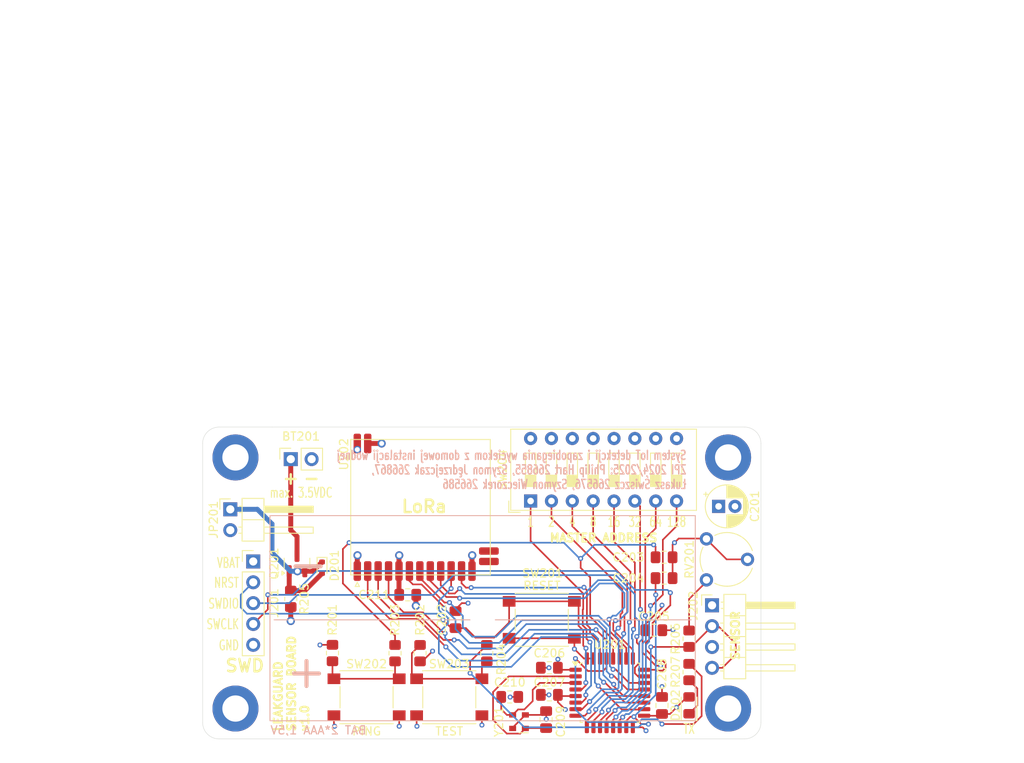
<source format=kicad_pcb>
(kicad_pcb (version 20240108) (generator "pcbnew") (generator_version "8.0")
  (layers (0 "F.Cu" signal) (1 "In1.Cu" signal) (2 "In2.Cu" signal) (31 "B.Cu" signal) (34 "B.Paste" user) (35 "F.Paste" user) (36 "B.SilkS" user "B.Silkscreen") (37 "F.SilkS" user "F.Silkscreen") (38 "B.Mask" user) (39 "F.Mask" user) (44 "Edge.Cuts" user))
  (net 0 "")
  (net 1 "Net-(BT201-+)")
  (net 2 "+BATT")
  (net 3 "/Sensor unit/RESET")
  (net 4 "/Sensor unit/BTN_PING")
  (net 5 "/Sensor unit/BTN_TEST")
  (net 6 "/Sensor unit/LSE1")
  (net 7 "/Sensor unit/LSE2")
  (net 8 "Net-(D201-A)")
  (net 9 "Net-(D201-K)")
  (net 10 "Net-(D202-K)")
  (net 11 "/Sensor unit/SWCLK")
  (net 12 "/Sensor unit/SWDIO")
  (net 13 "/Sensor unit/SENSOR_IN")
  (net 14 "Net-(R201-Pad2)")
  (net 15 "Net-(R202-Pad2)")
  (net 16 "Net-(R206-Pad2)")
  (net 17 "/Sensor unit/LED_ALARM")
  (net 18 "/Sensor unit/ADDR6")
  (net 19 "/Sensor unit/ADDR1")
  (net 20 "/Sensor unit/ADDR2")
  (net 21 "/Sensor unit/ADDR0")
  (net 22 "/Sensor unit/ADDR5")
  (net 23 "/Sensor unit/ADDR4")
  (net 24 "/Sensor unit/ADDR3")
  (net 25 "/Sensor unit/ADDR7")
  (net 26 "/Sensor unit/LORA_MISO")
  (net 27 "/Sensor unit/LORA_DIO2")
  (net 28 "/Sensor unit/LORA_DIO1")
  (net 29 "/Sensor unit/LORA_RESET")
  (net 30 "/Sensor unit/LORA_MOSI")
  (net 31 "/Sensor unit/LORA_SCK")
  (net 32 "/Sensor unit/LORA_NSS")
  (net 33 "/Sensor unit/LORA_DIO3")
  (net 34 "/Sensor unit/LORA_DIO0")
  (net 39 "GNDBATT")
  (footprint "Connector_PinHeader_2.54mm:PinHeader_1x02_P2.54mm_Horizontal" (layer "F.Cu") (at 23.368 82.021)
    (property "Reference" "JP201")
    (property "Value" "Jumper_2_Bridged")
  )
  (footprint "Resistor_SMD:R_0805_2012Metric_Pad1.20x1.40mm_HandSolder" (layer "F.Cu") (at 43.434 99.552 90)
    (property "Reference" "R203")
    (property "Value" "22k")
  )
  (footprint "Capacitor_SMD:C_0805_2012Metric_Pad1.18x1.45mm_HandSolder" (layer "F.Cu") (at 76.2 87.868)
    (property "Reference" "C203")
    (property "Value" "1u")
  )
  (footprint "Capacitor_SMD:C_0805_2012Metric_Pad1.18x1.45mm_HandSolder" (layer "F.Cu") (at 44.9795 92.44)
    (property "Reference" "C211")
    (property "Value" "100n")
  )
  (footprint "Potentiometer_THT:Potentiometer_Piher_PT-6-V_Vertical" (layer "F.Cu") (at 81.36 90.622)
    (property "Reference" "RV201")
    (property "Value" "500k")
  )
  (footprint "Capacitor_SMD:C_0805_2012Metric_Pad1.18x1.45mm_HandSolder" (layer "F.Cu") (at 62.23 101.33 180)
    (property "Reference" "C206")
    (property "Value" "100n")
  )
  (footprint "Capacitor_SMD:C_0805_2012Metric_Pad1.18x1.45mm_HandSolder" (layer "F.Cu") (at 75.946 105.9235 90)
    (property "Reference" "C208")
    (property "Value" "100n")
  )
  (footprint "Button_Switch_THT:SW_DIP_SPSTx08_Slide_9.78x22.5mm_W7.62mm_P2.54mm" (layer "F.Cu") (at 59.944 81.01 90)
    (property "Reference" "SW204")
    (property "Value" "ADDRESS")
  )
  (footprint "Resistor_SMD:R_0805_2012Metric_Pad1.20x1.40mm_HandSolder" (layer "F.Cu") (at 30.734 92.932 -90)
    (property "Reference" "R205")
    (property "Value" "100k")
  )
  (footprint "Capacitor_THT:CP_Radial_D5.0mm_P2.00mm" (layer "F.Cu") (at 82.836 81.661)
    (property "Reference" "C201")
    (property "Value" "100u")
  )
  (footprint "Button_Switch_SMD:SW_Push_1P1T_NO_6x6mm_H9.5mm" (layer "F.Cu") (at 50.038 104.922)
    (property "Reference" "SW203")
    (property "Value" "TEST")
  )
  (footprint "Capacitor_SMD:C_0805_2012Metric_Pad1.18x1.45mm_HandSolder" (layer "F.Cu") (at 57.404 104.886 180)
    (property "Reference" "C210")
    (property "Value" "10p")
  )
  (footprint "Capacitor_SMD:C_0805_2012Metric_Pad1.18x1.45mm_HandSolder" (layer "F.Cu") (at 74.9515 96.758)
    (property "Reference" "C205")
    (property "Value" "4.7u")
  )
  (footprint "Resistor_SMD:R_0805_2012Metric_Pad1.20x1.40mm_HandSolder" (layer "F.Cu") (at 35.814 99.536 -90)
    (property "Reference" "R201")
    (property "Value" "22k")
  )
  (footprint "Button_Switch_SMD:SW_Push_1P1T_NO_6x6mm_H9.5mm" (layer "F.Cu") (at 61.303 95.488)
    (property "Reference" "SW201")
    (property "Value" "RESET")
  )
  (footprint "MountingHole:MountingHole_3.2mm_M3_DIN965_Pad" (layer "F.Cu") (at 84 75.7)
    (property "Reference" "REF**" (hide yes))
    (property "Value" "MountingHole_3.2mm_M3_DIN965_Pad")
  )
  (footprint "Connector_PinSocket_2.54mm:PinSocket_1x02_P2.54mm_Vertical" (layer "F.Cu") (at 30.734 75.905 90)
    (property "Reference" "BT201")
    (property "Value" "Battery")
  )
  (footprint "Connector_PinHeader_2.54mm:PinHeader_1x05_P2.54mm_Vertical" (layer "F.Cu") (at 26.162 88.376)
    (property "Reference" "J201")
    (property "Value" "Conn_01x05_Pin")
  )
  (footprint "Package_QFP:LQFP-32_7x7mm_P0.8mm" (layer "F.Cu") (at 69.596 104.378)
    (property "Reference" "U201")
    (property "Value" "STM32L031K6Tx")
  )
  (footprint "Capacitor_SMD:C_0805_2012Metric_Pad1.18x1.45mm_HandSolder" (layer "F.Cu") (at 61.833 107.648 90)
    (property "Reference" "C209")
    (property "Value" "10p")
  )
  (footprint "MountingHole:MountingHole_3.2mm_M3_DIN965_Pad" (layer "F.Cu") (at 84 106.3)
    (property "Reference" "REF**" (hide yes))
    (property "Value" "MountingHole_3.2mm_M3_DIN965_Pad")
  )
  (footprint "LED_SMD:LED_0805_2012Metric_Pad1.15x1.40mm_HandSolder" (layer "F.Cu") (at 79.248 105.909 90)
    (property "Reference" "D202")
    (property "Value" "RED")
  )
  (footprint "Oscillator:Oscillator_SMD_Abracon_ASDMB-4Pin_2.5x2.0mm" (layer "F.Cu") (at 58.531 107.902 90)
    (property "Reference" "Y201")
    (property "Value" "32768Hz")
  )
  (footprint "Button_Switch_SMD:SW_Push_1P1T_NO_6x6mm_H9.5mm" (layer "F.Cu") (at 39.967 104.922)
    (property "Reference" "SW202")
    (property "Value" "PING")
  )
  (footprint "Resistor_SMD:R_0805_2012Metric_Pad1.20x1.40mm_HandSolder" (layer "F.Cu") (at 79.248 101.854 90)
    (property "Reference" "R207")
    (property "Value" "680")
  )
  (footprint "Package_TO_SOT_SMD:SOT-23" (layer "F.Cu") (at 31.496 88.63 90)
    (property "Reference" "Q201")
    (property "Value" "DMP2045U")
  )
  (footprint "Capacitor_SMD:C_0805_2012Metric_Pad1.18x1.45mm_HandSolder" (layer "F.Cu") (at 76.2 90.408)
    (property "Reference" "C204")
    (property "Value" "1u")
  )
  (footprint "Resistor_SMD:R_0805_2012Metric_Pad1.20x1.40mm_HandSolder" (layer "F.Cu") (at 46.482 99.552 90)
    (property "Reference" "R202")
    (property "Value" "22k")
  )
  (footprint "Resistor_SMD:R_0805_2012Metric_Pad1.20x1.40mm_HandSolder" (layer "F.Cu") (at 79.248 97.79 90)
    (property "Reference" "R206")
    (property "Value" "10k")
  )
  (footprint "Diode_SMD:D_SOD-523" (layer "F.Cu") (at 34.544 89.138 -90)
    (property "Reference" "D201")
    (property "Value" "7.5V")
  )
  (footprint "Capacitor_SMD:C_0805_2012Metric_Pad1.18x1.45mm_HandSolder" (layer "F.Cu") (at 62.23 104.632 180)
    (property "Reference" "C207")
    (property "Value" "100n")
  )
  (footprint "Connector_PinHeader_2.54mm:PinHeader_1x04_P2.54mm_Horizontal" (layer "F.Cu") (at 82.042 93.72)
    (property "Reference" "J202")
    (property "Value" "Conn_01x04_Pin")
  )
  (footprint "MountingHole:MountingHole_3.2mm_M3_DIN965_Pad" (layer "F.Cu") (at 24 75.7)
    (property "Reference" "REF**" (hide yes))
    (property "Value" "MountingHole_3.2mm_M3_DIN965_Pad")
  )
  (footprint "Resistor_SMD:R_0805_2012Metric_Pad1.20x1.40mm_HandSolder" (layer "F.Cu") (at 54.61 99.552 90)
    (property "Reference" "R204")
    (property "Value" "22k")
  )
  (footprint "Lora:XL1278-SMT" (layer "F.Cu") (at 38.835 88.746 90)
    (property "Reference" "U202")
    (property "Value" "XL1278-SMT")
  )
  (footprint "Capacitor_SMD:C_0805_2012Metric_Pad1.18x1.45mm_HandSolder" (layer "F.Cu") (at 50.8 95.4665 90)
    (property "Reference" "C202")
    (property "Value" "100n")
  )
  (footprint "MountingHole:MountingHole_3.2mm_M3_DIN965_Pad" (layer "F.Cu") (at 24 106.3)
    (property "Reference" "REF**" (hide yes))
    (property "Value" "MountingHole_3.2mm_M3_DIN965_Pad")
  )
  (footprint "library:BatteryHolder" (layer "B.Cu") (at 54.102 95.488 180)
    (property "Reference" "BAT 2*AAA 1,5V")
    (property "Value" "BatteryHolder")
  )
  (gr_arc (start 86 72) (mid 87.414214 72.585786) (end 88 74) (stroke (width 0.05)) (layer "Edge.Cuts"))
  (gr_line (start 20 108) (end 20 74) (stroke (width 0.05)) (layer "Edge.Cuts"))
  (gr_line (start 70.5 72) (end 28.5 72) (stroke (width 0.05)) (layer "Edge.Cuts"))
  (gr_arc (start 20 74) (mid 20.585786 72.585786) (end 22 72) (stroke (width 0.05)) (layer "Edge.Cuts"))
  (gr_arc (start 88 108) (mid 87.414214 109.414214) (end 86 110) (stroke (width 0.05)) (layer "Edge.Cuts"))
  (gr_line (start 86 72) (end 70.5 72) (stroke (width 0.05)) (layer "Edge.Cuts"))
  (gr_arc (start 22 110) (mid 20.585786 109.414214) (end 20 108) (stroke (width 0.05)) (layer "Edge.Cuts"))
  (gr_line (start 88 74) (end 88 108) (stroke (width 0.05)) (layer "Edge.Cuts"))
  (gr_line (start 22 72) (end 28.5 72) (stroke (width 0.05)) (layer "Edge.Cuts"))
  (gr_line (start 86 110) (end 22 110) (stroke (width 0.05)) (layer "Edge.Cuts"))
  (gr_text "System IoT detekcji i zapobiegania wyciekom z domowej instalacji wodnej\nZPI 2024/2025: Philip Hart 266855, Szymon Jędrzejczak 266867, \nŁukasz Świszcz 266576, Szymon Wieczorek 266586" (at 79 77.2 0) (layer "B.SilkS") (effects (font (size 1.1 0.75) (thickness 0.175) (bold yes)) (justify left mirror)))
  (gr_text "1" (at 59.944 83.55 0) (layer "F.SilkS") (effects (font (size 1.2 0.8) (thickness 0.15) (bold yes))))
  (gr_text "LEAKGUARD\nSENSOR BOARD \nv1.0" (at 33.02 109.204 90) (layer "F.SilkS") (effects (font (size 1 1) (thickness 0.25) (bold yes)) (justify left bottom)))
  (gr_text "128" (at 77.724 83.55 0) (layer "F.SilkS") (effects (font (size 1.2 0.8) (thickness 0.15) (bold yes))))
  (gr_text "+" (at 30.734 78.216 0) (layer "F.SilkS") (effects (font (size 1.5 1.5) (thickness 0.3))))
  (gr_text "LoRa" (at 46.99 82.55 0) (layer "F.SilkS") (effects (font (size 1.5 1.5) (thickness 0.3)) (justify bottom)))
  (gr_text "SENSOR" (at 85.471 97.409 90) (layer "F.SilkS") (effects (font (size 1 1) (thickness 0.25) (bold yes)) (justify bottom)))
  (gr_text "8" (at 67.564 83.55 0) (layer "F.SilkS") (effects (font (size 1.2 0.8) (thickness 0.15) (bold yes))))
  (gr_text "MASTER ADDRESS" (at 68.834 86.09 0) (layer "F.SilkS") (effects (font (size 1 1) (thickness 0.25) (bold yes)) (justify bottom)))
  (gr_text "TX" (at 79.248 109.474 0) (layer "F.SilkS") (effects (font (size 1.2 0.8) (thickness 0.15) (bold yes)) (justify bottom)))
  (gr_text "GND" (at 24.514241 99.300405 0) (layer "F.SilkS") (effects (font (size 1.2 0.8) (thickness 0.15) (bold yes)) (justify right bottom)))
  (gr_text "VBAT" (at 24.638 89.249 0) (layer "F.SilkS") (effects (font (size 1.2 0.8) (thickness 0.15) (bold yes)) (justify right bottom)))
  (gr_text "2\n" (at 62.484 83.55 0) (layer "F.SilkS") (effects (font (size 1.2 0.8) (thickness 0.15) (bold yes))))
  (gr_text "16" (at 70.104 83.55 0) (layer "F.SilkS") (effects (font (size 1.2 0.8) (thickness 0.15) (bold yes))))
  (gr_text "64" (at 75.184 83.55 0) (layer "F.SilkS") (effects (font (size 1.2 0.8) (thickness 0.15) (bold yes))))
  (gr_text "4" (at 65.024 83.55 0) (layer "F.SilkS") (effects (font (size 1.2 0.8) (thickness 0.15) (bold yes))))
  (gr_text "max. 3.5VDC" (at 32.004 79.994 0) (layer "F.SilkS") (effects (font (size 1.2 0.8) (thickness 0.15) (bold yes))))
  (gr_text "SWDIO" (at 24.511 94.216084 0) (layer "F.SilkS") (effects (font (size 1.2 0.8) (thickness 0.15) (bold yes)) (justify right bottom)))
  (gr_text "NRST\n" (at 24.511 91.676084 0) (layer "F.SilkS") (effects (font (size 1.2 0.8) (thickness 0.15) (bold yes)) (justify right bottom)))
  (gr_text "SWCLK" (at 24.517829 96.721513 0) (layer "F.SilkS") (effects (font (size 1.2 0.8) (thickness 0.15) (bold yes)) (justify right bottom)))
  (gr_text "32" (at 72.644 83.55 0) (layer "F.SilkS") (effects (font (size 1.2 0.8) (thickness 0.15) (bold yes))))
  (gr_text "-" (at 33.274 78.216 0) (layer "F.SilkS") (effects (font (size 1.5 1.5) (thickness 0.3))))
  (gr_text "SWD" (at 25.146 101.076 0) (layer "F.SilkS") (effects (font (size 1.5 1.5) (thickness 0.3))))
  (segment (start 30.734 84.566) (end 31.496 85.328) (width 0.6) (layer "F.Cu") (net 1))
  (segment (start 30.734 75.905) (end 30.734 84.566) (width 0.6) (layer "F.Cu") (net 1))
  (segment (start 31.496 85.328) (end 31.496 87.6925) (width 0.6) (layer "F.Cu") (net 1))
  (segment (start 73.584 97.088) (end 73.584 99.476) (width 0.2) (layer "F.Cu") (net 2))
  (segment (start 43.915 89.546) (end 43.915 92.413) (width 0.6) (layer "F.Cu") (net 2))
  (segment (start 46.752 100.552) (end 48.006 99.298) (width 0.2) (layer "F.Cu") (net 2))
  (segment (start 65.421 104.778) (end 63.4135 104.778) (width 0.2) (layer "F.Cu") (net 2))
  (segment (start 78.749 105.131) (end 77.724 106.156) (width 0.2) (layer "F.Cu") (net 2))
  (segment (start 73.914 96.758) (end 73.584 97.088) (width 0.2) (layer "F.Cu") (net 2))
  (segment (start 43.915 89.546) (end 43.915 87.657) (width 0.6) (layer "F.Cu") (net 2))
  (segment (start 75.184 101.076) (end 75.784 101.076) (width 0.2) (layer "F.Cu") (net 2))
  (segment (start 73.584 99.476) (end 75.184 101.076) (width 0.2) (layer "F.Cu") (net 2))
  (segment (start 46.482 100.552) (end 46.752 100.552) (width 0.2) (layer "F.Cu") (net 2))
  (segment (start 75.946 94.001) (end 75.946 93.71) (width 0.2) (layer "F.Cu") (net 2))
  (segment (start 63.5155 101.578) (end 63.2675 101.33) (width 0.2) (layer "F.Cu") (net 2))
  (segment (start 76.919 106.961) (end 77.724 106.156) (width 0.2) (layer "F.Cu") (net 2))
  (segment (start 34.306 98.536) (end 35.814 98.536) (width 0.2) (layer "F.Cu") (net 2))
  (segment (start 73.914 96.033) (end 75.946 94.001) (width 0.2) (layer "F.Cu") (net 2))
  (segment (start 73.914 96.758) (end 73.914 96.033) (width 0.2) (layer "F.Cu") (net 2))
  (segment (start 34.29 98.552) (end 34.306 98.536) (width 0.2) (layer "F.Cu") (net 2))
  (segment (start 75.946 106.961) (end 76.919 106.961) (width 0.2) (layer "F.Cu") (net 2))
  (segment (start 63.2675 100.2925) (end 63.2675 101.33) (width 0.2) (layer "F.Cu") (net 2))
  (segment (start 43.915 92.413) (end 43.942 92.44) (width 0.6) (layer "F.Cu") (net 2))
  (segment (start 63.2675 105.521866) (end 63.2675 104.632) (width 0.2) (layer "F.Cu") (net 2))
  (segment (start 65.421 101.578) (end 63.5155 101.578) (width 0.2) (layer "F.Cu") (net 2))
  (segment (start 63.4135 104.778) (end 63.2675 104.632) (width 0.2) (layer "F.Cu") (net 2))
  (segment (start 73.771 107.178) (end 75.729 107.178) (width 0.2) (layer "F.Cu") (net 2))
  (segment (start 64.171001 106.425367) (end 63.2675 105.521866) (width 0.2) (layer "F.Cu") (net 2))
  (segment (start 43.915 87.657) (end 43.942 87.63) (width 0.6) (layer "F.Cu") (net 2))
  (segment (start 75.729 107.178) (end 75.946 106.961) (width 0.2) (layer "F.Cu") (net 2))
  (segment (start 79.248 105.131) (end 78.749 105.131) (width 0.2) (layer "F.Cu") (net 2))
  (via (at 43.942 87.63) (size 1) (drill 0.6) (layers "F.Cu" "B.Cu") (net 2))
  (via (at 75.946 93.71) (size 0.6) (drill 0.3) (layers "F.Cu" "B.Cu") (net 2))
  (via (at 77.724 106.156) (size 0.6) (drill 0.3) (layers "F.Cu" "B.Cu") (net 2))
  (via (at 64.171001 106.425367) (size 0.6) (drill 0.3) (layers "F.Cu" "B.Cu") (net 2))
  (via (at 48.006 99.298) (size 0.6) (drill 0.3) (layers "F.Cu" "B.Cu") (net 2))
  (via (at 63.2675 100.2925) (size 0.6) (drill 0.3) (layers "F.Cu" "B.Cu") (net 2))
  (via (at 75.784 101.076) (size 0.6) (drill 0.3) (layers "F.Cu" "B.Cu") (net 2))
  (via (at 34.29 98.552) (size 0.6) (drill 0.3) (layers "F.Cu" "B.Cu") (net 2))
  (segment (start 66.685188 98.953001) (end 66.353 98.620813) (width 0.2) (layer "F.Cu") (net 3))
  (segment (start 65.421 103.978) (end 66.170999 103.978) (width 0.2) (layer "F.Cu") (net 3))
  (segment (start 66.170999 103.978) (end 66.670999 103.478) (width 0.2) (layer "F.Cu") (net 3))
  (segment (start 65.314 93.238) (end 65.278 93.238) (width 0.2) (layer "F.Cu") (net 3))
  (segment (start 50.282384 96.504) (end 52.07 96.504) (width 0.2) (layer "F.Cu") (net 3))
  (segment (start 53.218 97.652) (end 55.494 97.652) (width 0.2) (layer "F.Cu") (net 3))
  (segment (start 57.328 93.238) (end 65.278 93.238) (width 0.2) (layer "F.Cu") (net 3))
  (segment (start 57.328 95.818) (end 57.328 93.238) (width 0.2) (layer "F.Cu") (net 3))
  (segment (start 65.786 96.221) (end 65.786 93.71) (width 0.2) (layer "F.Cu") (net 3))
  (segment (start 66.353 98.620813) (end 66.353 96.788) (width 0.2) (layer "F.Cu") (net 3))
  (segment (start 52.07 96.504) (end 53.218 97.652) (width 0.2) (layer "F.Cu") (net 3))
  (segment (start 55.494 97.652) (end 57.328 95.818) (width 0.2) (layer "F.Cu") (net 3))
  (segment (start 66.670999 103.478) (end 66.670999 103.143212) (width 0.2) (layer "F.Cu") (net 3))
  (segment (start 65.786 93.71) (end 65.314 93.238) (width 0.2) (layer "F.Cu") (net 3))
  (segment (start 49.274624 95.49624) (end 50.282384 96.504) (width 0.2) (layer "F.Cu") (net 3))
  (segment (start 66.353 96.788) (end 65.786 96.221) (width 0.2) (layer "F.Cu") (net 3))
  (via (at 66.670999 103.143212) (size 0.6) (drill 0.3) (layers "F.Cu" "B.Cu") (net 3))
  (via (at 49.274624 95.49624) (size 0.6) (drill 0.3) (layers "F.Cu" "B.Cu") (net 3))
  (via (at 66.685188 98.953001) (size 0.6) (drill 0.3) (layers "F.Cu" "B.Cu") (net 3))
  (segment (start 24.638 92.44) (end 24.638 93.98) (width 0.2) (layer "B.Cu") (net 3))
  (segment (start 26.162 90.916) (end 24.638 92.44) (width 0.2) (layer "B.Cu") (net 3))
  (segment (start 66.685188 98.953001) (end 66.670999 98.96719) (width 0.2) (layer "B.Cu") (net 3))
  (segment (start 24.638 93.98) (end 25.4 94.742) (width 0.2) (layer "B.Cu") (net 3))
  (segment (start 48.53 94.742) (end 49.274624 95.486624) (width 0.2) (layer "B.Cu") (net 3))
  (segment (start 66.670999 98.96719) (end 66.670999 103.143212) (width 0.2) (layer "B.Cu") (net 3))
  (segment (start 49.274624 95.486624) (end 49.274624 95.49624) (width 0.2) (layer "B.Cu") (net 3))
  (segment (start 25.4 94.742) (end 48.53 94.742) (width 0.2) (layer "B.Cu") (net 3))
  (segment (start 66.04 89.154) (end 67.202 90.316) (width 0.2) (layer "F.Cu") (net 4))
  (segment (start 37.084 86.852) (end 37.084 91.059) (width 0.2) (layer "F.Cu") (net 4))
  (segment (start 67.202 90.316) (end 67.202 95.108929) (width 0.2) (layer "F.Cu") (net 4))
  (segment (start 67.202 95.108929) (end 70.796 98.702929) (width 0.2) (layer "F.Cu") (net 4))
  (segment (start 37.084 91.059) (end 43.434 97.409) (width 0.2) (layer "F.Cu") (net 4))
  (segment (start 66.04 88.011) (end 66.04 89.154) (width 0.2) (layer "F.Cu") (net 4))
  (segment (start 75.1625 86.5765) (end 75.1625 87.868) (width 0.2) (layer "F.Cu") (net 4))
  (segment (start 37.846 86.09) (end 37.084 86.852) (width 0.2) (layer "F.Cu") (net 4))
  (segment (start 74.93 86.344) (end 75.1625 86.5765) (width 0.2) (layer "F.Cu") (net 4))
  (segment (start 70.796 98.702929) (end 70.796 100.203) (width 0.2) (layer "F.Cu") (net 4))
  (segment (start 43.434 97.409) (end 43.434 98.552) (width 0.2) (layer "F.Cu") (net 4))
  (via (at 66.04 88.011) (size 0.6) (drill 0.3) (layers "F.Cu" "B.Cu") (net 4))
  (via (at 74.93 86.344) (size 0.6) (drill 0.3) (layers "F.Cu" "B.Cu") (net 4))
  (via (at 37.846 86.09) (size 0.6) (drill 0.3) (layers "F.Cu" "B.Cu") (net 4))
  (segment (start 63.992 86.09) (end 37.846 86.09) (width 0.2) (layer "B.Cu") (net 4))
  (segment (start 65.913 88.011) (end 63.992 86.09) (width 0.2) (layer "B.Cu") (net 4))
  (segment (start 67.707 86.344) (end 74.93 86.344) (width 0.2) (layer "B.Cu") (net 4))
  (segment (start 66.04 88.011) (end 67.707 86.344) (width 0.2) (layer "B.Cu") (net 4))
  (segment (start 66.04 88.011) (end 65.913 88.011) (width 0.2) (layer "B.Cu") (net 4))
  (segment (start 71.596 107.803001) (end 72.096001 107.303) (width 0.2) (layer "F.Cu") (net 5))
  (segment (start 75.1625 92.4185) (end 75.184 92.44) (width 0.2) (layer "F.Cu") (net 5))
  (segment (start 72.096001 107.303) (end 72.521001 107.303) (width 0.2) (layer "F.Cu") (net 5))
  (segment (start 71.596 109.107506) (end 71.596 108.553) (width 0.2) (layer "F.Cu") (net 5))
  (segment (start 52.578 100.584) (end 54.61 98.552) (width 0.2) (layer "F.Cu") (net 5))
  (segment (start 74.295 108.204) (end 74.276 108.185) (width 0.2) (layer "F.Cu") (net 5))
  (segment (start 71.596 108.553) (end 71.596 107.803001) (width 0.2) (layer "F.Cu") (net 5))
  (segment (start 52.578 101.981) (end 52.578 100.584) (width 0.2) (layer "F.Cu") (net 5))
  (segment (start 75.1625 90.408) (end 75.1625 92.4185) (width 0.2) (layer "F.Cu") (net 5))
  (segment (start 73.403001 108.185) (end 72.521001 107.303) (width 0.2) (layer "F.Cu") (net 5))
  (segment (start 74.276 108.185) (end 73.403001 108.185) (width 0.2) (layer "F.Cu") (net 5))
  (via (at 74.295 108.204) (size 0.6) (drill 0.3) (layers "F.Cu" "B.Cu") (net 5))
  (via (at 52.578 101.981) (size 0.6) (drill 0.3) (layers "F.Cu" "B.Cu") (net 5))
  (via (at 75.184 92.44) (size 0.6) (drill 0.3) (layers "F.Cu" "B.Cu") (net 5))
  (via (at 72.521001 107.303) (size 0.6) (drill 0.3) (layers "F.Cu" "B.Cu") (net 5))
  (segment (start 59.182 108.585) (end 52.578 101.981) (width 0.2) (layer "B.Cu") (net 5))
  (segment (start 72.521001 107.303) (end 72.4535 107.235499) (width 0.2) (layer "B.Cu") (net 5))
  (segment (start 73.082686 108.585) (end 59.182 108.585) (width 0.2) (layer "B.Cu") (net 5))
  (segment (start 74.295 108.204) (end 73.463686 108.204) (width 0.2) (layer "B.Cu") (net 5))
  (segment (start 72.4535 107.235499) (end 72.4535 107.1245) (width 0.2) (layer "B.Cu") (net 5))
  (segment (start 72.521001 107.303) (end 75.184 104.640001) (width 0.2) (layer "B.Cu") (net 5))
  (segment (start 75.184 104.640001) (end 75.184 92.44) (width 0.2) (layer "B.Cu") (net 5))
  (segment (start 73.463686 108.204) (end 73.082686 108.585) (width 0.2) (layer "B.Cu") (net 5))
  (segment (start 59.659 108.727) (end 59.7005 108.6855) (width 0.2) (layer "F.Cu") (net 6))
  (segment (start 59.306 108.727) (end 59.659 108.727) (width 0.2) (layer "F.Cu") (net 6))
  (segment (start 55.372 104.283256) (end 57.277256 102.378) (width 0.2) (layer "F.Cu") (net 6))
  (segment (start 59.306 108.727) (end 58.681 109.352) (width 0.2) (layer "F.Cu") (net 6))
  (segment (start 57.044 109.352) (end 55.372 107.68) (width 0.2) (layer "F.Cu") (net 6))
  (segment (start 57.277256 102.378) (end 65.421 102.378) (width 0.2) (layer "F.Cu") (net 6))
  (segment (start 59.7005 108.6855) (end 61.833 108.6855) (width 0.2) (layer "F.Cu") (net 6))
  (segment (start 55.372 107.68) (end 55.372 104.283256) (width 0.2) (layer "F.Cu") (net 6))
  (segment (start 58.681 109.352) (end 57.044 109.352) (width 0.2) (layer "F.Cu") (net 6))
  (segment (start 59.182 106.41) (end 60.198 105.394) (width 0.2) (layer "F.Cu") (net 7))
  (segment (start 60.198 104.029256) (end 61.049256 103.178) (width 0.2) (layer "F.Cu") (net 7))
  (segment (start 56.3665 106.3885) (end 56.3665 104.886) (width 0.2) (layer "F.Cu") (net 7))
  (segment (start 61.049256 103.178) (end 65.421 103.178) (width 0.2) (layer "F.Cu") (net 7))
  (segment (start 58.423 106.41) (end 59.182 106.41) (width 0.2) (layer "F.Cu") (net 7))
  (segment (start 57.055 107.077) (end 56.3665 106.3885) (width 0.2) (layer "F.Cu") (net 7))
  (segment (start 57.756 107.077) (end 57.055 107.077) (width 0.2) (layer "F.Cu") (net 7))
  (segment (start 60.198 105.394) (end 60.198 104.029256) (width 0.2) (layer "F.Cu") (net 7))
  (segment (start 57.756 107.077) (end 58.423 106.41) (width 0.2) (layer "F.Cu") (net 7))
  (segment (start 30.546 91.744) (end 30.734 91.932) (width 0.6) (layer "F.Cu") (net 8))
  (segment (start 32.45 91.932) (end 34.544 89.838) (width 0.6) (layer "F.Cu") (net 8))
  (segment (start 30.734 91.932) (end 32.45 91.932) (width 0.6) (layer "F.Cu") (net 8))
  (segment (start 30.546 89.5675) (end 30.546 91.744) (width 0.6) (layer "F.Cu") (net 8))
  (segment (start 32.446 89.5675) (end 33.4145 89.5675) (width 0.6) (layer "F.Cu") (net 9))
  (segment (start 33.4145 89.5675) (end 34.544 88.438) (width 0.6) (layer "F.Cu") (net 9))
  (segment (start 31.546 89.5675) (end 32.446 89.5675) (width 0.6) (layer "F.Cu") (net 9))
  (via (at 31.546 89.5675) (size 1) (drill 0.6) (layers "F.Cu" "B.Cu") (net 9))
  (segment (start 28.448 87.314214) (end 28.448 83.804) (width 0.6) (layer "B.Cu") (net 9))
  (segment (start 30.701286 89.5675) (end 28.448 87.314214) (width 0.6) (layer "B.Cu") (net 9))
  (segment (start 31.546 89.5675) (end 30.701286 89.5675) (width 0.6) (layer "B.Cu") (net 9))
  (segment (start 26.665 82.021) (end 23.368 82.021) (width 0.6) (layer "B.Cu") (net 9))
  (segment (start 28.448 83.804) (end 26.665 82.021) (width 0.6) (layer "B.Cu") (net 9))
  (segment (start 80.248 103.854) (end 79.248 102.854) (width 0.2) (layer "F.Cu") (net 10))
  (segment (start 79.248 106.934) (end 80.248 105.934) (width 0.2) (layer "F.Cu") (net 10))
  (segment (start 80.248 105.934) (end 80.248 103.854) (width 0.2) (layer "F.Cu") (net 10))
  (segment (start 73.984 99.114) (end 73.984 98.285244) (width 0.2) (layer "F.Cu") (net 11))
  (segment (start 76.962 93.71) (end 76.962 92.186) (width 0.2) (layer "F.Cu") (net 11))
  (segment (start 76.384 100.827471) (end 76.032529 100.476) (width 0.2) (layer "F.Cu") (net 11))
  (segment (start 75.276 101.676) (end 76.032529 101.676) (width 0.2) (layer "F.Cu") (net 11))
  (segment (start 27.94 94.218) (end 26.162 95.996) (width 0.2) (layer "F.Cu") (net 11))
  (segment (start 75.178 101.578) (end 75.276 101.676) (width 0.2) (layer "F.Cu") (net 11))
  (segment (start 73.984 98.285244) (end 74.8015 97.467744) (width 0.2) (layer "F.Cu") (net 11))
  (segment (start 73.771 101.578) (end 75.178 101.578) (width 0.2) (layer "F.Cu") (net 11))
  (segment (start 74.8015 97.467744) (end 74.8015 95.8705) (width 0.2) (layer "F.Cu") (net 11))
  (segment (start 27.94 92.44) (end 27.94 94.218) (width 0.2) (layer "F.Cu") (net 11))
  (segment (start 76.032529 100.476) (end 75.346 100.476) (width 0.2) (layer "F.Cu") (net 11))
  (segment (start 74.8015 95.8705) (end 76.962 93.71) (width 0.2) (layer "F.Cu") (net 11))
  (segment (start 76.384 101.324529) (end 76.384 100.827471) (width 0.2) (layer "F.Cu") (net 11))
  (segment (start 76.032529 101.676) (end 76.384 101.324529) (width 0.2) (layer "F.Cu") (net 11))
  (segment (start 75.346 100.476) (end 73.984 99.114) (width 0.2) (layer "F.Cu") (net 11))
  (via (at 27.94 92.44) (size 0.6) (drill 0.3) (layers "F.Cu" "B.Cu") (net 11))
  (via (at 76.962 92.186) (size 0.6) (drill 0.3) (layers "F.Cu" "B.Cu") (net 11))
  (segment (start 76.616 91.84) (end 72.735999 91.84) (width 0.2) (layer "B.Cu") (net 11))
  (segment (start 72.735999 91.84) (end 72.701685 91.874314) (width 0.2) (layer "B.Cu") (net 11))
  (segment (start 76.962 92.186) (end 76.616 91.84) (width 0.2) (layer "B.Cu") (net 11))
  (segment (start 72.701685 91.874314) (end 70.362371 89.535) (width 0.2) (layer "B.Cu") (net 11))
  (segment (start 70.362371 89.535) (end 33.893 89.535) (width 0.2) (layer "B.Cu") (net 11))
  (segment (start 30.988 92.44) (end 27.94 92.44) (width 0.2) (layer "B.Cu") (net 11))
  (segment (start 33.893 89.535) (end 30.988 92.44) (width 0.2) (layer "B.Cu") (net 11))
  (segment (start 73.152 98.536) (end 73.152 100.801506) (width 0.2) (layer "F.Cu") (net 12))
  (segment (start 73.152 100.801506) (end 72.644 101.309506) (width 0.2) (layer "F.Cu") (net 12))
  (segment (start 72.88128 98.26528) (end 73.152 98.536) (width 0.2) (layer "F.Cu") (net 12))
  (segment (start 72.644 101.309506) (end 72.644 102.000999) (width 0.2) (layer "F.Cu") (net 12))
  (segment (start 73.021001 102.378) (end 73.771 102.378) (width 0.2) (layer "F.Cu") (net 12))
  (segment (start 72.88128 97.527151) (end 72.88128 98.26528) (width 0.2) (layer "F.Cu") (net 12))
  (segment (start 72.644 102.000999) (end 73.021001 102.378) (width 0.2) (layer "F.Cu") (net 12))
  (via (at 72.88128 97.527151) (size 0.6) (drill 0.3) (layers "F.Cu" "B.Cu") (net 12))
  (segment (start 72.644 92.382315) (end 70.304685 90.043) (width 0.2) (layer "B.Cu") (net 12))
  (segment (start 31.537686 92.456) (end 30.537686 93.456) (width 0.2) (layer "B.Cu") (net 12))
  (segment (start 72.644 95.124215) (end 72.644 92.382315) (width 0.2) (layer "B.Cu") (net 12))
  (segment (start 72.890849 97.527151) (end 73.152 97.266) (width 0.2) (layer "B.Cu") (net 12))
  (segment (start 48.125 92.456) (end 31.537686 92.456) (width 0.2) (layer "B.Cu") (net 12))
  (segment (start 50.538 90.043) (end 48.125 92.456) (width 0.2) (layer "B.Cu") (net 12))
  (segment (start 30.537686 93.456) (end 26.162 93.456) (width 0.2) (layer "B.Cu") (net 12))
  (segment (start 73.152 95.632215) (end 72.644 95.124215) (width 0.2) (layer "B.Cu") (net 12))
  (segment (start 72.88128 97.527151) (end 72.890849 97.527151) (width 0.2) (layer "B.Cu") (net 12))
  (segment (start 70.304685 90.043) (end 50.538 90.043) (width 0.2) (layer "B.Cu") (net 12))
  (segment (start 73.152 97.266) (end 73.152 95.632215) (width 0.2) (layer "B.Cu") (net 12))
  (segment (start 83.302 101.34) (end 84.928 99.714) (width 0.2) (layer "F.Cu") (net 13))
  (segment (start 74.584 98.79) (end 79.248 98.79) (width 0.2) (layer "F.Cu") (net 13))
  (segment (start 82.042 96.26) (end 79.512 98.79) (width 0.2) (layer "F.Cu") (net 13))
  (segment (start 70.796 107.71816) (end 70.796 108.553) (width 0.2) (layer "F.Cu") (net 13))
  (segment (start 71.15958 107.35458) (end 70.796 107.71816) (width 0.2) (layer "F.Cu") (net 13))
  (segment (start 82.042 101.34) (end 83.302 101.34) (width 0.2) (layer "F.Cu") (net 13))
  (segment (start 84.928 99.714) (end 84.928 98.388848) (width 0.2) (layer "F.Cu") (net 13))
  (segment (start 79.512 98.79) (end 79.248 98.79) (width 0.2) (layer "F.Cu") (net 13))
  (segment (start 84.928 98.388848) (end 82.799152 96.26) (width 0.2) (layer "F.Cu") (net 13))
  (segment (start 82.799152 96.26) (end 82.042 96.26) (width 0.2) (layer "F.Cu") (net 13))
  (via (at 71.15958 107.35458) (size 0.6) (drill 0.3) (layers "F.Cu" "B.Cu") (net 13))
  (via (at 74.584 98.79) (size 0.6) (drill 0.3) (layers "F.Cu" "B.Cu") (net 13))
  (segment (start 71.931026 106.972) (end 74.584 104.319026) (width 0.2) (layer "B.Cu") (net 13))
  (segment (start 74.584 104.319026) (end 74.584 98.79) (width 0.2) (layer "B.Cu") (net 13))
  (segment (start 71.15958 107.35458) (end 71.54216 106.972) (width 0.2) (layer "B.Cu") (net 13))
  (segment (start 71.54216 106.972) (end 71.931026 106.972) (width 0.2) (layer "B.Cu") (net 13))
  (segment (start 43.434 100.552) (end 43.434 102.164) (width 0.2) (layer "F.Cu") (net 14))
  (segment (start 35.814 100.536) (end 35.814 102.494) (width 0.2) (layer "F.Cu") (net 14))
  (segment (start 43.942 102.672) (end 35.992 102.672) (width 0.2) (layer "F.Cu") (net 14))
  (segment (start 35.814 102.494) (end 35.992 102.672) (width 0.2) (layer "F.Cu") (net 14))
  (segment (start 43.434 102.164) (end 43.942 102.672) (width 0.2) (layer "F.Cu") (net 14))
  (segment (start 54.013 101.149) (end 54.61 100.552) (width 0.2) (layer "F.Cu") (net 15))
  (segment (start 46.482 98.552) (end 45.482 99.552) (width 0.2) (layer "F.Cu") (net 15))
  (segment (start 54.013 102.672) (end 46.063 102.672) (width 0.2) (layer "F.Cu") (net 15))
  (segment (start 54.013 102.672) (end 54.013 101.149) (width 0.2) (layer "F.Cu") (net 15))
  (segment (start 45.482 99.552) (end 45.482 102.091) (width 0.2) (layer "F.Cu") (net 15))
  (segment (start 45.482 102.091) (end 46.063 102.672) (width 0.2) (layer "F.Cu") (net 15))
  (segment (start 79.248 92.948) (end 79.248 96.79) (width 0.2) (layer "F.Cu") (net 16))
  (segment (start 81.106 91.09) (end 79.248 92.948) (width 0.2) (layer "F.Cu") (net 16))
  (segment (start 81.36 91.09) (end 81.106 91.09) (width 0.2) (layer "F.Cu") (net 16))
  (segment (start 79.800744 108.188) (end 80.772 107.216744) (width 0.2) (layer "F.Cu") (net 17))
  (segment (start 68.754999 101.727) (end 66.929 101.727) (width 0.2) (layer "F.Cu") (net 17))
  (segment (start 69.196 101.285999) (end 68.754999 101.727) (width 0.2) (layer "F.Cu") (net 17))
  (segment (start 66.929 101.727) (end 65.405 100.203) (width 0.2) (layer "F.Cu") (net 17))
  (segment (start 80.772 107.216744) (end 80.772 102.378) (width 0.2) (layer "F.Cu") (net 17))
  (segment (start 75.946 108.188) (end 79.800744 108.188) (width 0.2) (layer "F.Cu") (net 17))
  (segment (start 80.772 102.378) (end 79.248 100.854) (width 0.2) (layer "F.Cu") (net 17))
  (segment (start 69.196 100.203) (end 69.196 101.285999) (width 0.2) (layer "F.Cu") (net 17))
  (via (at 75.946 108.188) (size 0.6) (drill 0.3) (layers "F.Cu" "B.Cu") (net 17))
  (via (at 65.405 100.203) (size 0.6) (drill 0.3) (layers "F.Cu" "B.Cu") (net 17))
  (segment (start 75.362 107.604) (end 75.946 108.188) (width 0.2) (layer "B.Cu") (net 17))
  (segment (start 66.93358 107.95458) (end 73.14742 107.95458) (width 0.2) (layer "B.Cu") (net 17))
  (segment (start 65.405 106.426) (end 66.93358 107.95458) (width 0.2) (layer "B.Cu") (net 17))
  (segment (start 65.405 100.203) (end 65.405 106.426) (width 0.2) (layer "B.Cu") (net 17))
  (segment (start 73.498 107.604) (end 75.362 107.604) (width 0.2) (layer "B.Cu") (net 17))
  (segment (start 73.14742 107.95458) (end 73.498 107.604) (width 0.2) (layer "B.Cu") (net 17))
  (segment (start 75.184 84.328) (end 75.184 81.01) (width 0.2) (layer "F.Cu") (net 18))
  (segment (start 73.914 85.598) (end 75.184 84.328) (width 0.2) (layer "F.Cu") (net 18))
  (segment (start 69.196 107.572) (end 69.196 108.553) (width 0.2) (layer "F.Cu") (net 18))
  (segment (start 70.231 106.537) (end 69.196 107.572) (width 0.2) (layer "F.Cu") (net 18))
  (segment (start 73.914 94.98) (end 73.914 85.598) (width 0.2) (layer "F.Cu") (net 18))
  (via (at 73.914 94.98) (size 0.6) (drill 0.3) (layers "F.Cu" "B.Cu") (net 18))
  (via (at 70.231 106.537) (size 0.6) (drill 0.3) (layers "F.Cu" "B.Cu") (net 18))
  (segment (start 73.984 95.05) (end 73.914 94.98) (width 0.2) (layer "B.Cu") (net 18))
  (segment (start 70.231 106.537) (end 70.596 106.172) (width 0.2) (layer "B.Cu") (net 18))
  (segment (start 73.584 104.187654) (end 73.584 98.375785) (width 0.2) (layer "B.Cu") (net 18))
  (segment (start 73.584 98.375785) (end 73.984 97.975785) (width 0.2) (layer "B.Cu") (net 18))
  (segment (start 73.984 97.975785) (end 73.984 95.05) (width 0.2) (layer "B.Cu") (net 18))
  (segment (start 70.596 106.172) (end 71.599654 106.172) (width 0.2) (layer "B.Cu") (net 18))
  (segment (start 71.599654 106.172) (end 73.584 104.187654) (width 0.2) (layer "B.Cu") (net 18))
  (segment (start 71.12 94.604223) (end 71.12 91.7575) (width 0.2) (layer "F.Cu") (net 19))
  (segment (start 70.886452 96.229548) (end 70.886452 94.837771) (width 0.2) (layer "F.Cu") (net 19))
  (segment (start 70.886452 94.837771) (end 71.12 94.604223) (width 0.2) (layer "F.Cu") (net 19))
  (segment (start 66.215448 106.378) (end 67.134784 105.458664) (width 0.2) (layer "F.Cu") (net 19))
  (segment (start 71.12 91.7575) (end 62.484 83.1215) (width 0.2) (layer "F.Cu") (net 19))
  (segment (start 65.421 106.378) (end 66.215448 106.378) (width 0.2) (layer "F.Cu") (net 19))
  (segment (start 70.612 96.504) (end 70.886452 96.229548) (width 0.2) (layer "F.Cu") (net 19))
  (segment (start 62.484 83.1215) (end 62.484 81.01) (width 0.2) (layer "F.Cu") (net 19))
  (via (at 67.134784 105.458664) (size 0.6) (drill 0.3) (layers "F.Cu" "B.Cu") (net 19))
  (via (at 70.612 96.504) (size 0.6) (drill 0.3) (layers "F.Cu" "B.Cu") (net 19))
  (segment (start 70.666 103.758314) (end 70.468314 103.956) (width 0.2) (layer "B.Cu") (net 19))
  (segment (start 70.266 97.427999) (end 70.666 97.827999) (width 0.2) (layer "B.Cu") (net 19))
  (segment (start 68.637448 103.956) (end 67.134784 105.458664) (width 0.2) (layer "B.Cu") (net 19))
  (segment (start 70.666 97.827999) (end 70.666 103.758314) (width 0.2) (layer "B.Cu") (net 19))
  (segment (start 70.266 96.85) (end 70.266 97.427999) (width 0.2) (layer "B.Cu") (net 19))
  (segment (start 70.468314 103.956) (end 68.637448 103.956) (width 0.2) (layer "B.Cu") (net 19))
  (segment (start 70.612 96.504) (end 70.266 96.85) (width 0.2) (layer "B.Cu") (net 19))
  (segment (start 66.542 107.178) (end 65.421 107.178) (width 0.2) (layer "F.Cu") (net 20))
  (segment (start 71.374 94.915909) (end 71.704438 94.585471) (width 0.2) (layer "F.Cu") (net 20))
  (segment (start 71.374 97.080562) (end 71.374 94.915909) (width 0.2) (layer "F.Cu") (net 20))
  (segment (start 67.056 106.664) (end 66.542 107.178) (width 0.2) (layer "F.Cu") (net 20))
  (segment (start 71.28128 97.173282) (end 71.374 97.080562) (width 0.2) (layer "F.Cu") (net 20))
  (segment (start 71.704438 94.585471) (end 71.704438 90.754438) (width 0.2) (layer "F.Cu") (net 20))
  (segment (start 65.024 84.074) (end 65.024 81.01) (width 0.2) (layer "F.Cu") (net 20))
  (segment (start 71.704438 90.754438) (end 65.024 84.074) (width 0.2) (layer "F.Cu") (net 20))
  (via (at 71.28128 97.173282) (size 0.6) (drill 0.3) (layers "F.Cu" "B.Cu") (net 20))
  (via (at 67.056 106.664) (size 0.6) (drill 0.3) (layers "F.Cu" "B.Cu") (net 20))
  (segment (start 71.066 97.662314) (end 71.066 103.924) (width 0.2) (layer "B.Cu") (net 20))
  (segment (start 67.056 106.385977) (end 67.056 106.664) (width 0.2) (layer "B.Cu") (net 20))
  (segment (start 71.066 103.924) (end 70.634 104.356) (width 0.2) (layer "B.Cu") (net 20))
  (segment (start 69.085977 104.356) (end 67.056 106.385977) (width 0.2) (layer "B.Cu") (net 20))
  (segment (start 71.28128 97.173282) (end 71.28128 97.447034) (width 0.2) (layer "B.Cu") (net 20))
  (segment (start 70.634 104.356) (end 69.085977 104.356) (width 0.2) (layer "B.Cu") (net 20))
  (segment (start 71.28128 97.447034) (end 71.066 97.662314) (width 0.2) (layer "B.Cu") (net 20))
  (segment (start 66.670999 105.078) (end 66.670999 104.650594) (width 0.2) (layer "F.Cu") (net 21))
  (segment (start 66.753 96.622314) (end 66.294 96.163314) (width 0.2) (layer "F.Cu") (net 21))
  (segment (start 66.353 92.288) (end 59.944 85.879) (width 0.2) (layer "F.Cu") (net 21))
  (segment (start 66.753 97.796698) (end 66.753 96.622314) (width 0.2) (layer "F.Cu") (net 21))
  (segment (start 67.170423 98.214121) (end 66.753 97.796698) (width 0.2) (layer "F.Cu") (net 21))
  (segment (start 66.353 94.188) (end 66.353 92.288) (width 0.2) (layer "F.Cu") (net 21))
  (segment (start 66.294 96.163314) (end 66.294 94.247) (width 0.2) (layer "F.Cu") (net 21))
  (segment (start 65.421 105.578) (end 66.170999 105.578) (width 0.2) (layer "F.Cu") (net 21))
  (segment (start 66.294 94.247) (end 66.353 94.188) (width 0.2) (layer "F.Cu") (net 21))
  (segment (start 59.944 85.879) (end 59.944 81.01) (width 0.2) (layer "F.Cu") (net 21))
  (segment (start 66.170999 105.578) (end 66.670999 105.078) (width 0.2) (layer "F.Cu") (net 21))
  (via (at 66.670999 104.650594) (size 0.6) (drill 0.3) (layers "F.Cu" "B.Cu") (net 21))
  (via (at 67.170423 98.214121) (size 0.6) (drill 0.3) (layers "F.Cu" "B.Cu") (net 21))
  (segment (start 67.170423 98.214121) (end 67.31 98.353698) (width 0.2) (layer "B.Cu") (net 21))
  (segment (start 67.31 98.353698) (end 67.31 103.503593) (width 0.2) (layer "B.Cu") (net 21))
  (segment (start 67.31 103.503593) (end 66.670999 104.142594) (width 0.2) (layer "B.Cu") (net 21))
  (segment (start 66.670999 104.142594) (end 66.670999 104.650594) (width 0.2) (layer "B.Cu") (net 21))
  (segment (start 69.425735 106.773266) (end 68.396 107.803001) (width 0.2) (layer "F.Cu") (net 22))
  (segment (start 73.314 94.218) (end 73.279 94.183) (width 0.2) (layer "F.Cu") (net 22))
  (segment (start 73.279 81.645) (end 72.644 81.01) (width 0.2) (layer "F.Cu") (net 22))
  (segment (start 68.396 107.803001) (end 68.396 108.553) (width 0.2) (layer "F.Cu") (net 22))
  (segment (start 69.425735 106.493735) (end 69.425735 106.773266) (width 0.2) (layer "F.Cu") (net 22))
  (segment (start 73.279 94.183) (end 73.279 81.645) (width 0.2) (layer "F.Cu") (net 22))
  (via (at 69.425735 106.493735) (size 0.6) (drill 0.3) (layers "F.Cu" "B.Cu") (net 22))
  (via (at 73.314 94.218) (size 0.6) (drill 0.3) (layers "F.Cu" "B.Cu") (net 22))
  (segment (start 73.584 95.498529) (end 73.314 95.228529) (width 0.2) (layer "B.Cu") (net 22))
  (segment (start 73.314 94.731471) (end 73.570736 94.474736) (width 0.2) (layer "B.Cu") (net 22))
  (segment (start 70.36347 105.556) (end 71.649968 105.556) (width 0.2) (layer "B.Cu") (net 22))
  (segment (start 69.425735 106.493735) (end 70.36347 105.556) (width 0.2) (layer "B.Cu") (net 22))
  (segment (start 73.184 98.210099) (end 73.584 97.810099) (width 0.2) (layer "B.Cu") (net 22))
  (segment (start 73.584 97.810099) (end 73.584 95.498529) (width 0.2) (layer "B.Cu") (net 22))
  (segment (start 71.649968 105.556) (end 73.184 104.021968) (width 0.2) (layer "B.Cu") (net 22))
  (segment (start 73.314 95.228529) (end 73.314 94.731471) (width 0.2) (layer "B.Cu") (net 22))
  (segment (start 73.570736 94.474736) (end 73.314 94.218) (width 0.2) (layer "B.Cu") (net 22))
  (segment (start 73.184 104.021968) (end 73.184 98.210099) (width 0.2) (layer "B.Cu") (net 22))
  (segment (start 72.48128 96.647) (end 72.644 96.48428) (width 0.2) (layer "F.Cu") (net 23))
  (segment (start 68.633236 106.765765) (end 67.596 107.803001) (width 0.2) (layer "F.Cu") (net 23))
  (segment (start 72.644 88.519) (end 70.104 85.979) (width 0.2) (layer "F.Cu") (net 23))
  (segment (start 68.633236 106.717236) (end 68.633236 106.765765) (width 0.2) (layer "F.Cu") (net 23))
  (segment (start 72.644 96.48428) (end 72.644 88.519) (width 0.2) (layer "F.Cu") (net 23))
  (segment (start 67.596 107.803001) (end 67.596 108.553) (width 0.2) (layer "F.Cu") (net 23))
  (segment (start 70.104 85.979) (end 70.104 81.01) (width 0.2) (layer "F.Cu") (net 23))
  (via (at 72.48128 96.647) (size 0.6) (drill 0.3) (layers "F.Cu" "B.Cu") (net 23))
  (via (at 68.633236 106.717236) (size 0.6) (drill 0.3) (layers "F.Cu" "B.Cu") (net 23))
  (segment (start 72.28128 97.278622) (end 72.28128 97.77568) (width 0.2) (layer "B.Cu") (net 23))
  (segment (start 72.39 96.73828) (end 72.39 97.169902) (width 0.2) (layer "B.Cu") (net 23))
  (segment (start 72.28128 97.77568) (end 72.39 97.8844) (width 0.2) (layer "B.Cu") (net 23))
  (segment (start 69.747471 105.156) (end 68.633236 106.270235) (width 0.2) (layer "B.Cu") (net 23))
  (segment (start 72.39 97.169902) (end 72.28128 97.278622) (width 0.2) (layer "B.Cu") (net 23))
  (segment (start 72.39 104.250282) (end 71.484282 105.156) (width 0.2) (layer "B.Cu") (net 23))
  (segment (start 71.484282 105.156) (end 69.747471 105.156) (width 0.2) (layer "B.Cu") (net 23))
  (segment (start 72.39 97.8844) (end 72.39 104.250282) (width 0.2) (layer "B.Cu") (net 23))
  (segment (start 72.48128 96.647) (end 72.39 96.73828) (width 0.2) (layer "B.Cu") (net 23))
  (segment (start 68.633236 106.270235) (end 68.633236 106.717236) (width 0.2) (layer "B.Cu") (net 23))
  (segment (start 66.796 107.803001) (end 66.796 108.553) (width 0.2) (layer "F.Cu") (net 24))
  (segment (start 72.104438 95.647316) (end 72.104438 89.630438) (width 0.2) (layer "F.Cu") (net 24))
  (segment (start 71.974 95.777754) (end 72.104438 95.647316) (width 0.2) (layer "F.Cu") (net 24))
  (segment (start 72.104438 89.630438) (end 67.564 85.09) (width 0.2) (layer "F.Cu") (net 24))
  (segment (start 67.564 85.09) (end 67.564 81.01) (width 0.2) (layer "F.Cu") (net 24))
  (segment (start 67.877288 106.413218) (end 67.877288 106.721713) (width 0.2) (layer "F.Cu") (net 24))
  (segment (start 67.877288 106.721713) (end 66.796 107.803001) (width 0.2) (layer "F.Cu") (net 24))
  (via (at 71.974 95.777754) (size 0.6) (drill 0.3) (layers "F.Cu" "B.Cu") (net 24))
  (via (at 67.877288 106.413218) (size 0.6) (drill 0.3) (layers "F.Cu" "B.Cu") (net 24))
  (segment (start 71.88128 95.870474) (end 71.88128 104.12472) (width 0.2) (layer "B.Cu") (net 24))
  (segment (start 71.88128 104.12472) (end 71.25 104.756) (width 0.2) (layer "B.Cu") (net 24))
  (segment (start 69.534506 104.756) (end 67.877288 106.413218) (width 0.2) (layer "B.Cu") (net 24))
  (segment (start 71.25 104.756) (end 69.534506 104.756) (width 0.2) (layer "B.Cu") (net 24))
  (segment (start 71.974 95.777754) (end 71.88128 95.870474) (width 0.2) (layer "B.Cu") (net 24))
  (segment (start 69.996 107.677) (end 69.996 108.553) (width 0.2) (layer "F.Cu") (net 25))
  (segment (start 74.548529 93.75488) (end 74.717649 93.75488) (width 0.2) (layer "F.Cu") (net 25))
  (segment (start 74.717649 93.75488) (end 76.05 92.422529) (width 0.2) (layer "F.Cu") (net 25))
  (segment (start 76.05 85.732) (end 77.724 84.058) (width 0.2) (layer "F.Cu") (net 25))
  (segment (start 77.724 84.058) (end 77.724 81.01) (width 0.2) (layer "F.Cu") (net 25))
  (segment (start 76.05 92.422529) (end 76.05 85.732) (width 0.2) (layer "F.Cu") (net 25))
  (segment (start 70.33548 107.33752) (end 69.996 107.677) (width 0.2) (layer "F.Cu") (net 25))
  (segment (start 70.33548 107.33015) (end 70.33548 107.33752) (width 0.2) (layer "F.Cu") (net 25))
  (via (at 70.33548 107.33015) (size 0.6) (drill 0.3) (layers "F.Cu" "B.Cu") (net 25))
  (via (at 74.548529 93.75488) (size 0.6) (drill 0.3) (layers "F.Cu" "B.Cu") (net 25))
  (segment (start 71.76534 106.572) (end 73.984 104.35334) (width 0.2) (layer "B.Cu") (net 25))
  (segment (start 70.33548 107.33015) (end 71.09363 106.572) (width 0.2) (layer "B.Cu") (net 25))
  (segment (start 74.384 98.141471) (end 74.384 95.670215) (width 0.2) (layer "B.Cu") (net 25))
  (segment (start 74.384 95.670215) (end 74.548529 95.505686) (width 0.2) (layer "B.Cu") (net 25))
  (segment (start 73.984 98.541471) (end 74.384 98.141471) (width 0.2) (layer "B.Cu") (net 25))
  (segment (start 71.09363 106.572) (end 71.76534 106.572) (width 0.2) (layer "B.Cu") (net 25))
  (segment (start 74.548529 95.505686) (end 74.548529 93.75488) (width 0.2) (layer "B.Cu") (net 25))
  (segment (start 73.984 104.35334) (end 73.984 98.541471) (width 0.2) (layer "B.Cu") (net 25))
  (segment (start 69.792315 102.346) (end 70.104 102.346) (width 0.2) (layer "F.Cu") (net 26))
  (segment (start 49.405781 93.920724) (end 46.655057 91.17) (width 0.2) (layer "F.Cu") (net 26))
  (segment (start 71.736 103.978) (end 73.771 103.978) (width 0.2) (layer "F.Cu") (net 26))
  (segment (start 49.405781 94.088219) (end 49.405781 93.920724) (width 0.2) (layer "F.Cu") (net 26))
  (segment (start 70.104 102.346) (end 71.736 103.978) (width 0.2) (layer "F.Cu") (net 26))
  (segment (start 45.185 90.746) (end 45.185 89.546) (width 0.2) (layer "F.Cu") (net 26))
  (segment (start 45.609 91.17) (end 45.185 90.746) (width 0.2) (layer "F.Cu") (net 26))
  (segment (start 46.655057 91.17) (end 45.609 91.17) (width 0.2) (layer "F.Cu") (net 26))
  (via (at 49.405781 94.088219) (size 0.6) (drill 0.3) (layers "F.Cu" "B.Cu") (net 26))
  (via (at 69.792315 102.346) (size 0.6) (drill 0.3) (layers "F.Cu" "B.Cu") (net 26))
  (segment (start 69.196 101.749685) (end 69.792315 102.346) (width 0.2) (layer "B.Cu") (net 26))
  (segment (start 52.478628 98.298) (end 56.134 98.298) (width 0.2) (layer "B.Cu") (net 26))
  (segment (start 69.196 96.576405) (end 69.196 101.749685) (width 0.2) (layer "B.Cu") (net 26))
  (segment (start 49.405781 94.088219) (end 50.8 95.482438) (width 0.2) (layer "B.Cu") (net 26))
  (segment (start 56.134 98.298) (end 58.906 95.526) (width 0.2) (layer "B.Cu") (net 26))
  (segment (start 68.145595 95.526) (end 69.196 96.576405) (width 0.2) (layer "B.Cu") (net 26))
  (segment (start 50.8 95.482438) (end 50.8 96.619372) (width 0.2) (layer "B.Cu") (net 26))
  (segment (start 58.906 95.526) (end 68.145595 95.526) (width 0.2) (layer "B.Cu") (net 26))
  (segment (start 50.8 96.619372) (end 52.478628 98.298) (width 0.2) (layer "B.Cu") (net 26))
  (segment (start 43.685 94.977) (end 46.374686 94.977) (width 0.2) (layer "F.Cu") (net 27))
  (segment (start 41.375 89.546) (end 41.375 92.667) (width 0.2) (layer "F.Cu") (net 27))
  (segment (start 49.339156 97.94147) (end 50.63253 97.94147) (width 0.2) (layer "F.Cu") (net 27))
  (segment (start 41.375 92.667) (end 43.685 94.977) (width 0.2) (layer "F.Cu") (net 27))
  (segment (start 70.066 103.347258) (end 70.066 103.578) (width 0.2) (layer "F.Cu") (net 27))
  (segment (start 46.374686 94.977) (end 49.339156 97.94147) (width 0.2) (layer "F.Cu") (net 27))
  (segment (start 71.266 104.778) (end 73.771 104.778) (width 0.2) (layer "F.Cu") (net 27))
  (segment (start 70.066 103.578) (end 71.266 104.778) (width 0.2) (layer "F.Cu") (net 27))
  (via (at 50.63253 97.94147) (size 0.6) (drill 0.3) (layers "F.Cu" "B.Cu") (net 27))
  (via (at 70.066 103.347258) (size 0.6) (drill 0.3) (layers "F.Cu" "B.Cu") (net 27))
  (segment (start 68.065909 96.012) (end 59.42 96.012) (width 0.2) (layer "B.Cu") (net 27))
  (segment (start 68.796 96.742091) (end 68.065909 96.012) (width 0.2) (layer "B.Cu") (net 27))
  (segment (start 51.22147 97.94147) (end 50.63253 97.94147) (width 0.2) (layer "B.Cu") (net 27))
  (segment (start 69.945044 103.347258) (end 68.796 102.198214) (width 0.2) (layer "B.Cu") (net 27))
  (segment (start 68.796 102.198214) (end 68.796 96.742091) (width 0.2) (layer "B.Cu") (net 27))
  (segment (start 59.42 96.012) (end 56.458 98.974) (width 0.2) (layer "B.Cu") (net 27))
  (segment (start 52.254 98.974) (end 51.22147 97.94147) (width 0.2) (layer "B.Cu") (net 27))
  (segment (start 56.458 98.974) (end 52.254 98.974) (width 0.2) (layer "B.Cu") (net 27))
  (segment (start 70.066 103.347258) (end 69.945044 103.347258) (width 0.2) (layer "B.Cu") (net 27))
  (segment (start 68.845628 103.096372) (end 68.966587 103.096372) (width 0.2) (layer "F.Cu") (net 28))
  (segment (start 68.966587 103.096372) (end 71.448215 105.578) (width 0.2) (layer "F.Cu") (net 28))
  (segment (start 40.105 92.683) (end 40.105 89.546) (width 0.2) (layer "F.Cu") (net 28))
  (segment (start 42.799 95.377) (end 40.105 92.683) (width 0.2) (layer "F.Cu") (net 28))
  (segment (start 49.622 98.79) (end 46.209 95.377) (width 0.2) (layer "F.Cu") (net 28))
  (segment (start 46.209 95.377) (end 42.799 95.377) (width 0.2) (layer "F.Cu") (net 28))
  (segment (start 71.448215 105.578) (end 73.771 105.578) (width 0.2) (layer "F.Cu") (net 28))
  (via (at 49.622 98.79) (size 0.6) (drill 0.3) (layers "F.Cu" "B.Cu") (net 28))
  (via (at 68.845628 103.096372) (size 0.6) (drill 0.3) (layers "F.Cu" "B.Cu") (net 28))
  (segment (start 68.31 102.560744) (end 68.31 98.266) (width 0.2) (layer "B.Cu") (net 28))
  (segment (start 51.289 100.457) (end 49.622 98.79) (width 0.2) (layer "B.Cu") (net 28))
  (segment (start 67.563246 97.192729) (end 60.414271 97.192729) (width 0.2) (layer "B.Cu") (net 28))
  (segment (start 57.15 100.457) (end 51.289 100.457) (width 0.2) (layer "B.Cu") (net 28))
  (segment (start 68.170423 97.799906) (end 67.563246 97.192729) (width 0.2) (layer "B.Cu") (net 28))
  (segment (start 60.414271 97.192729) (end 57.15 100.457) (width 0.2) (layer "B.Cu") (net 28))
  (segment (start 68.170423 98.126423) (end 68.170423 97.799906) (width 0.2) (layer "B.Cu") (net 28))
  (segment (start 68.31 98.266) (end 68.170423 98.126423) (width 0.2) (layer "B.Cu") (net 28))
  (segment (start 68.845628 103.096372) (end 68.31 102.560744) (width 0.2) (layer "B.Cu") (net 28))
  (segment (start 52.705 91.567) (end 52.07 91.567) (width 0.2) (layer "F.Cu") (net 29))
  (segment (start 67.183 96.486628) (end 66.802 96.105628) (width 0.2) (layer "F.Cu") (net 29))
  (segment (start 66.802 96.105628) (end 66.802 91.88847) (width 0.2) (layer "F.Cu") (net 29))
  (segment (start 66.802 91.88847) (end 66.442765 91.529235) (width 0.2) (layer "F.Cu") (net 29))
  (segment (start 67.183 97.052471) (end 67.183 96.486628) (width 0.2) (layer "F.Cu") (net 29))
  (segment (start 68.396 98.265471) (end 67.183 97.052471) (width 0.2) (layer "F.Cu") (net 29))
  (segment (start 51.535 91.032) (end 51.535 89.546) (width 0.2) (layer "F.Cu") (net 29))
  (segment (start 52.07 91.567) (end 51.535 91.032) (width 0.2) (layer "F.Cu") (net 29))
  (segment (start 68.396 100.203) (end 68.396 98.265471) (width 0.2) (layer "F.Cu") (net 29))
  (via (at 66.442765 91.529235) (size 0.6) (drill 0.3) (layers "F.Cu" "B.Cu") (net 29))
  (via (at 52.705 91.567) (size 0.6) (drill 0.3) (layers "F.Cu" "B.Cu") (net 29))
  (segment (start 52.705 91.567) (end 66.405 91.567) (width 0.2) (layer "B.Cu") (net 29))
  (segment (start 66.405 91.567) (end 66.442765 91.529235) (width 0.2) (layer "B.Cu") (net 29))
  (segment (start 70.300127 101.526127) (end 71.952 103.178) (width 0.2) (layer "F.Cu") (net 30))
  (segment (start 49.457099 93.383099) (end 46.455 90.381) (width 0.2) (layer "F.Cu") (net 30))
  (segment (start 70.300127 101.526127) (end 69.986708 101.526127) (width 0.2) (layer "F.Cu") (net 30))
  (segment (start 50.065095 93.383099) (end 49.457099 93.383099) (width 0.2) (layer "F.Cu") (net 30))
  (segment (start 73.771 103.178) (end 71.952 103.178) (width 0.2) (layer "F.Cu") (net 30))
  (segment (start 46.455 90.381) (end 46.455 89.546) (width 0.2) (layer "F.Cu") (net 30))
  (via (at 69.986708 101.526127) (size 0.6) (drill 0.3) (layers "F.Cu" "B.Cu") (net 30))
  (via (at 50.065095 93.383099) (size 0.6) (drill 0.3) (layers "F.Cu" "B.Cu") (net 30))
  (segment (start 68.220444 94.996) (end 69.596 96.371556) (width 0.2) (layer "B.Cu") (net 30))
  (segment (start 51.689 96.393) (end 52.832 97.536) (width 0.2) (layer "B.Cu") (net 30))
  (segment (start 51.689 95.007004) (end 51.689 96.393) (width 0.2) (layer "B.Cu") (net 30))
  (segment (start 52.832 97.536) (end 55.753 97.536) (width 0.2) (layer "B.Cu") (net 30))
  (segment (start 69.596 101.135419) (end 69.986708 101.526127) (width 0.2) (layer "B.Cu") (net 30))
  (segment (start 69.596 96.371556) (end 69.596 101.135419) (width 0.2) (layer "B.Cu") (net 30))
  (segment (start 58.293 94.996) (end 68.220444 94.996) (width 0.2) (layer "B.Cu") (net 30))
  (segment (start 55.753 97.536) (end 58.293 94.996) (width 0.2) (layer "B.Cu") (net 30))
  (segment (start 50.065095 93.383099) (end 51.689 95.007004) (width 0.2) (layer "B.Cu") (net 30))
  (segment (start 69.596 95.523027) (end 69.596 96.902215) (width 0.2) (layer "F.Cu") (net 31))
  (segment (start 69.596 96.902215) (end 71.596 98.902215) (width 0.2) (layer "F.Cu") (net 31))
  (segment (start 49.689 92.71) (end 47.725 90.746) (width 0.2) (layer "F.Cu") (net 31))
  (segment (start 47.725 90.746) (end 47.725 89.546) (width 0.2) (layer "F.Cu") (net 31))
  (segment (start 71.596 98.902215) (end 71.596 100.203) (width 0.2) (layer "F.Cu") (net 31))
  (segment (start 51.308 92.856) (end 51.162 92.71) (width 0.2) (layer "F.Cu") (net 31))
  (segment (start 69.50291 95.429937) (end 69.596 95.523027) (width 0.2) (layer "F.Cu") (net 31))
  (segment (start 51.162 92.71) (end 49.689 92.71) (width 0.2) (layer "F.Cu") (net 31))
  (via (at 69.50291 95.429937) (size 0.6) (drill 0.3) (layers "F.Cu" "B.Cu") (net 31))
  (via (at 51.308 92.856) (size 0.6) (drill 0.3) (layers "F.Cu" "B.Cu") (net 31))
  (segment (start 66.532 92.856) (end 68.326 91.062) (width 0.2) (layer "B.Cu") (net 31))
  (segment (start 68.326 91.062) (end 70.192314 91.062) (width 0.2) (layer "B.Cu") (net 31))
  (segment (start 70.358 94.98) (end 69.952847 94.98) (width 0.2) (layer "B.Cu") (net 31))
  (segment (start 70.192314 91.062) (end 71.374 92.243686) (width 0.2) (layer "B.Cu") (net 31))
  (segment (start 71.374 92.243686) (end 71.374 93.964) (width 0.2) (layer "B.Cu") (net 31))
  (segment (start 51.308 92.856) (end 66.532 92.856) (width 0.2) (layer "B.Cu") (net 31))
  (segment (start 71.374 93.964) (end 70.358 94.98) (width 0.2) (layer "B.Cu") (net 31))
  (segment (start 69.952847 94.98) (end 69.50291 95.429937) (width 0.2) (layer "B.Cu") (net 31))
  (segment (start 50.708 92.278) (end 50.016471 92.278) (width 0.2) (layer "F.Cu") (net 32))
  (segment (start 70.012 96.752529) (end 72.396 99.136529) (width 0.2) (layer "F.Cu") (net 32))
  (segment (start 70.012 95.865836) (end 70.012 96.752529) (width 0.2) (layer "F.Cu") (net 32))
  (segment (start 70.286452 95.591384) (end 70.012 95.865836) (width 0.2) (layer "F.Cu") (net 32))
  (segment (start 72.396 99.136529) (end 72.396 100.203) (width 0.2) (layer "F.Cu") (net 32))
  (segment (start 50.016471 92.278) (end 48.995 91.256529) (width 0.2) (layer "F.Cu") (net 32))
  (segment (start 48.995 91.256529) (end 48.995 89.546) (width 0.2) (layer "F.Cu") (net 32))
  (segment (start 51.308 91.678) (end 50.708 92.278) (width 0.2) (layer "F.Cu") (net 32))
  (via (at 70.286452 95.591384) (size 0.6) (drill 0.3) (layers "F.Cu" "B.Cu") (net 32))
  (via (at 51.308 91.678) (size 0.6) (drill 0.3) (layers "F.Cu" "B.Cu") (net 32))
  (segment (start 68.158529 90.662) (end 66.491529 92.329) (width 0.2) (layer "B.Cu") (net 32))
  (segment (start 71.774 94.515909) (end 71.774 92.078) (width 0.2) (layer "B.Cu") (net 32))
  (segment (start 66.491529 92.329) (end 51.959 92.329) (width 0.2) (layer "B.Cu") (net 32))
  (segment (start 70.358 90.662) (end 68.158529 90.662) (width 0.2) (layer "B.Cu") (net 32))
  (segment (start 70.698525 95.591384) (end 71.774 94.515909) (width 0.2) (layer "B.Cu") (net 32))
  (segment (start 71.774 92.078) (end 70.358 90.662) (width 0.2) (layer "B.Cu") (net 32))
  (segment (start 51.959 92.329) (end 51.308 91.678) (width 0.2) (layer "B.Cu") (net 32))
  (segment (start 70.286452 95.591384) (end 70.698525 95.591384) (width 0.2) (layer "B.Cu") (net 32))
  (segment (start 42.645 92.740244) (end 42.645 89.546) (width 0.2) (layer "F.Cu") (net 33))
  (segment (start 49.53 97.141735) (end 49.389735 97.141735) (width 0.2) (layer "F.Cu") (net 33))
  (segment (start 67.904841 96.699461) (end 69.996 98.79062) (width 0.2) (layer "F.Cu") (net 33))
  (segment (start 49.389735 97.141735) (end 46.825 94.577) (width 0.2) (layer "F.Cu") (net 33))
  (segment (start 69.996 98.79062) (end 69.996 100.203) (width 0.2) (layer "F.Cu") (net 33))
  (segment (start 44.481756 94.577) (end 42.645 92.740244) (width 0.2) (layer "F.Cu") (net 33))
  (segment (start 44.481756 94.577) (end 46.825 94.577) (width 0.2) (layer "F.Cu") (net 33))
  (via (at 49.53 97.141735) (size 0.6) (drill 0.3) (layers "F.Cu" "B.Cu") (net 33))
  (via (at 67.904841 96.699461) (size 0.6) (drill 0.3) (layers "F.Cu" "B.Cu") (net 33))
  (segment (start 51.537531 99.695) (end 49.53 97.687469) (width 0.2) (layer "B.Cu") (net 33))
  (segment (start 49.53 97.687469) (end 49.53 97.141735) (width 0.2) (layer "B.Cu") (net 33))
  (segment (start 59.764539 96.699461) (end 56.769 99.695) (width 0.2) (layer "B.Cu") (net 33))
  (segment (start 56.769 99.695) (end 51.537531 99.695) (width 0.2) (layer "B.Cu") (net 33))
  (segment (start 67.904841 96.699461) (end 59.764539 96.699461) (width 0.2) (layer "B.Cu") (net 33))
  (segment (start 50.265 91.678) (end 50.265 89.546) (width 0.2) (layer "F.Cu") (net 34))
  (segment (start 68.184105 103.546251) (end 68.184105 103.553605) (width 0.2) (layer "F.Cu") (net 34))
  (segment (start 68.184105 103.553605) (end 71.0565 106.426) (width 0.2) (layer "F.Cu") (net 34))
  (segment (start 73.723 106.426) (end 73.771 106.378) (width 0.2) (layer "F.Cu") (net 34))
  (segment (start 71.0565 106.426) (end 73.723 106.426) (width 0.2) (layer "F.Cu") (net 34))
  (via (at 68.184105 103.546251) (size 0.6) (drill 0.3) (layers "F.Cu" "B.Cu") (net 34))
  (via (at 50.265 91.678) (size 0.6) (drill 0.3) (layers "F.Cu" "B.Cu") (net 34))
  (segment (start 48.768 93.175) (end 50.265 91.678) (width 0.2) (layer "B.Cu") (net 34))
  (segment (start 48.768 99.552) (end 48.768 97.055206) (width 0.2) (layer "B.Cu") (net 34))
  (segment (start 49.365273 94.89624) (end 48.768 94.298967) (width 0.2) (layer "B.Cu") (net 34))
  (segment (start 67.39756 97.592729) (end 61.220771 97.592729) (width 0.2) (layer "B.Cu") (net 34))
  (segment (start 48.768 97.055206) (end 49.874624 95.948582) (width 0.2) (layer "B.Cu") (net 34))
  (segment (start 49.874624 95.948582) (end 49.874624 95.247711) (width 0.2) (layer "B.Cu") (net 34))
  (segment (start 67.770423 103.132569) (end 67.770423 97.965592) (width 0.2) (layer "B.Cu") (net 34))
  (segment (start 50.435 101.219) (end 48.768 99.552) (width 0.2) (layer "B.Cu") (net 34))
  (segment (start 49.874624 95.247711) (end 49.523153 94.89624) (width 0.2) (layer "B.Cu") (net 34))
  (segment (start 68.184105 103.546251) (end 67.770423 103.132569) (width 0.2) (layer "B.Cu") (net 34))
  (segment (start 67.770423 97.965592) (end 67.39756 97.592729) (width 0.2) (layer "B.Cu") (net 34))
  (segment (start 48.768 94.298967) (end 48.768 93.175) (width 0.2) (layer "B.Cu") (net 34))
  (segment (start 61.220771 97.592729) (end 57.5945 101.219) (width 0.2) (layer "B.Cu") (net 34))
  (segment (start 49.523153 94.89624) (end 49.365273 94.89624) (width 0.2) (layer "B.Cu") (net 34))
  (segment (start 57.5945 101.219) (end 50.435 101.219) (width 0.2) (layer "B.Cu") (net 34))
  (segment (start 81.28 85.582) (end 77.978 85.582) (width 0.2) (layer "F.Cu") (net 39))
  (segment (start 65.278 99.044) (end 66.437 100.203) (width 0.2) (layer "F.Cu") (net 39))
  (segment (start 57.756 108.727) (end 57.756 108.627) (width 0.2) (layer "F.Cu") (net 39))
  (segment (start 77.2375 86.3225) (end 77.47 86.09) (width 0.2) (layer "F.Cu") (net 39))
  (segment (start 77.2375 90.408) (end 77.2375 87.868) (width 0.2) (layer "F.Cu") (net 39))
  (segment (start 50.8 94.218) (end 50.8 94.429) (width 0.2) (layer "F.Cu") (net 39))
  (segment (start 77.978 85.582) (end 77.47 86.09) (width 0.2) (layer "F.Cu") (net 39))
  (segment (start 36.068 108.458) (end 35.992 108.382) (width 0.2) (layer "F.Cu") (net 39))
  (segment (start 77.232 96.758) (end 75.989 96.758) (width 0.2) (layer "F.Cu") (net 39))
  (segment (start 46.063 107.172) (end 46.063 108.42) (width 0.2) (layer "F.Cu") (net 39))
  (segment (start 38.835 89.546) (end 38.835 87.657) (width 0.6) (layer "F.Cu") (net 39))
  (segment (start 30.734 95.631) (end 30.734 93.932) (width 0.6) (layer "F.Cu") (net 39))
  (segment (start 72.428 108.585) (end 72.396 108.553) (width 0.2) (layer "F.Cu") (net 39))
  (segment (start 66.437 100.203) (end 66.796 100.203) (width 0.2) (layer "F.Cu") (net 39))
  (segment (start 65.278 97.738) (end 65.278 99.044) (width 0.2) (layer "F.Cu") (net 39))
  (segment (start 59.306 107.077) (end 61.3665 107.077) (width 0.2) (layer "F.Cu") (net 39))
  (segment (start 43.942 108.458) (end 43.942 107.172) (width 0.2) (layer "F.Cu") (net 39))
  (segment (start 46.063 108.42) (end 46.101 108.458) (width 0.2) (layer "F.Cu") (net 39))
  (segment (start 62.18 101.33) (end 61.1925 101.33) (width 0.2) (layer "F.Cu") (net 39))
  (segment (start 61.849 107.598) (end 61.849 106.6265) (width 0.2) (layer "F.Cu") (net 39))
  (segment (start 54.013 108.311) (end 54.013 107.172) (width 0.2) (layer "F.Cu") (net 39))
  (segment (start 52.805 87.657) (end 52.832 87.63) (width 0.6) (layer "F.Cu") (net 39))
  (segment (start 38.835 87.657) (end 38.862 87.63) (width 0.6) (layer "F.Cu") (net 39))
  (segment (start 45.974 92.483) (end 46.017 92.44) (width 0.6) (layer "F.Cu") (net 39))
  (segment (start 75.946 103.632) (end 75.946 104.886) (width 0.2) (layer "F.Cu") (net 39))
  (segment (start 62.18 104.632) (end 61.1925 104.632) (width 0.2) (layer "F.Cu") (net 39))
  (segment (start 57.454 104.902) (end 57.47 104.886) (width 0.2) (layer "F.Cu") (net 39))
  (segment (start 45.974 93.777) (end 45.974 92.483) (width 0.6) (layer "F.Cu") (net 39))
  (segment (start 61.3665 107.077) (end 61.833 106.6105) (width 0.2) (layer "F.Cu") (net 39))
  (segment (start 51.562 93.456) (end 50.8 94.218) (width 0.2) (layer "F.Cu") (net 39))
  (segment (start 57.328 97.738) (end 65.278 97.738) (width 0.2) (layer "F.Cu") (net 39))
  (segment (start 52.324 93.456) (end 51.562 93.456) (width 0.2) (layer "F.Cu") (net 39))
  (segment (start 67.596 100.203) (end 66.796 100.203) (width 0.2) (layer "F.Cu") (net 39))
  (segment (start 77.2795 96.7105) (end 77.232 96.758) (width 0.2) (layer "F.Cu") (net 39))
  (segment (start 77.2375 87.868) (end 77.2375 86.3225) (width 0.2) (layer "F.Cu") (net 39))
  (segment (start 74 109) (end 73.585 108.585) (width 0.2) (layer "F.Cu") (net 39))
  (segment (start 86.36 88.122) (end 83.82 88.122) (width 0.2) (layer "F.Cu") (net 39))
  (segment (start 40.105 73.998) (end 41.798081 73.998) (width 0.6) (layer "F.Cu") (net 39))
  (segment (start 41.798081 73.998) (end 41.800242 73.995839) (width 0.6) (layer "F.Cu") (net 39))
  (segment (start 52.805 89.546) (end 52.805 87.657) (width 0.6) (layer "F.Cu") (net 39))
  (segment (start 73.585 108.585) (end 72.428 108.585) (width 0.2) (layer "F.Cu") (net 39))
  (segment (start 61.849 106.6265) (end 61.833 106.6105) (width 0.2) (layer "F.Cu") (net 39))
  (segment (start 57.47 104.886) (end 58.4415 104.886) (width 0.2) (layer "F.Cu") (net 39))
  (segment (start 83.82 88.122) (end 81.28 85.582) (width 0.2) (layer "F.Cu") (net 39))
  (segment (start 57.756 108.627) (end 59.306 107.077) (width 0.2) (layer "F.Cu") (net 39))
  (segment (start 35.992 108.382) (end 35.992 107.172) (width 0.2) (layer "F.Cu") (net 39))
  (via (at 62.18 104.632) (size 0.6) (drill 0.3) (layers "F.Cu" "B.Cu") (net 39))
  (via (at 57.454 104.902) (size 0.6) (drill 0.3) (layers "F.Cu" "B.Cu") (net 39))
  (via (at 77.2795 96.7105) (size 0.6) (drill 0.3) (layers "F.Cu" "B.Cu") (net 39))
  (via (at 65.278 99.044) (size 0.6) (drill 0.3) (layers "F.Cu" "B.Cu") (net 39))
  (via (at 52.324 93.456) (size 0.6) (drill 0.3) (layers "F.Cu" "B.Cu") (net 39))
  (via (at 46.101 108.458) (size 0.6) (drill 0.3) (layers "F.Cu" "B.Cu") (net 39))
  (via (at 74 109) (size 0.6) (drill 0.3) (layers "F.Cu" "B.Cu") (net 39))
  (via (at 62.18 101.33) (size 0.6) (drill 0.3) (layers "F.Cu" "B.Cu") (net 39))
  (via (at 43.942 108.458) (size 0.6) (drill 0.3) (layers "F.Cu" "B.Cu") (net 39))
  (via (at 30.734 95.631) (size 1) (drill 0.6) (layers "F.Cu" "B.Cu") (net 39))
  (via (at 77.47 86.09) (size 0.6) (drill 0.3) (layers "F.Cu" "B.Cu") (net 39))
  (via (at 38.862 87.63) (size 1) (drill 0.6) (layers "F.Cu" "B.Cu") (net 39))
  (via (at 52.832 87.63) (size 1) (drill 0.6) (layers "F.Cu" "B.Cu") (net 39))
  (via (at 41.800242 73.995839) (size 1) (drill 0.6) (layers "F.Cu" "B.Cu") (net 39))
  (via (at 45.974 93.777) (size 1) (drill 0.6) (layers "F.Cu" "B.Cu") (net 39))
  (via (at 54.013 108.311) (size 0.6) (drill 0.3) (layers "F.Cu" "B.Cu") (net 39))
  (via (at 61.849 107.598) (size 0.6) (drill 0.3) (layers "F.Cu" "B.Cu") (net 39))
  (via (at 36.068 108.458) (size 0.6) (drill 0.3) (layers "F.Cu" "B.Cu") (net 39))
  (via (at 75.946 103.632) (size 0.6) (drill 0.3) (layers "F.Cu" "B.Cu") (net 39))
)
</source>
